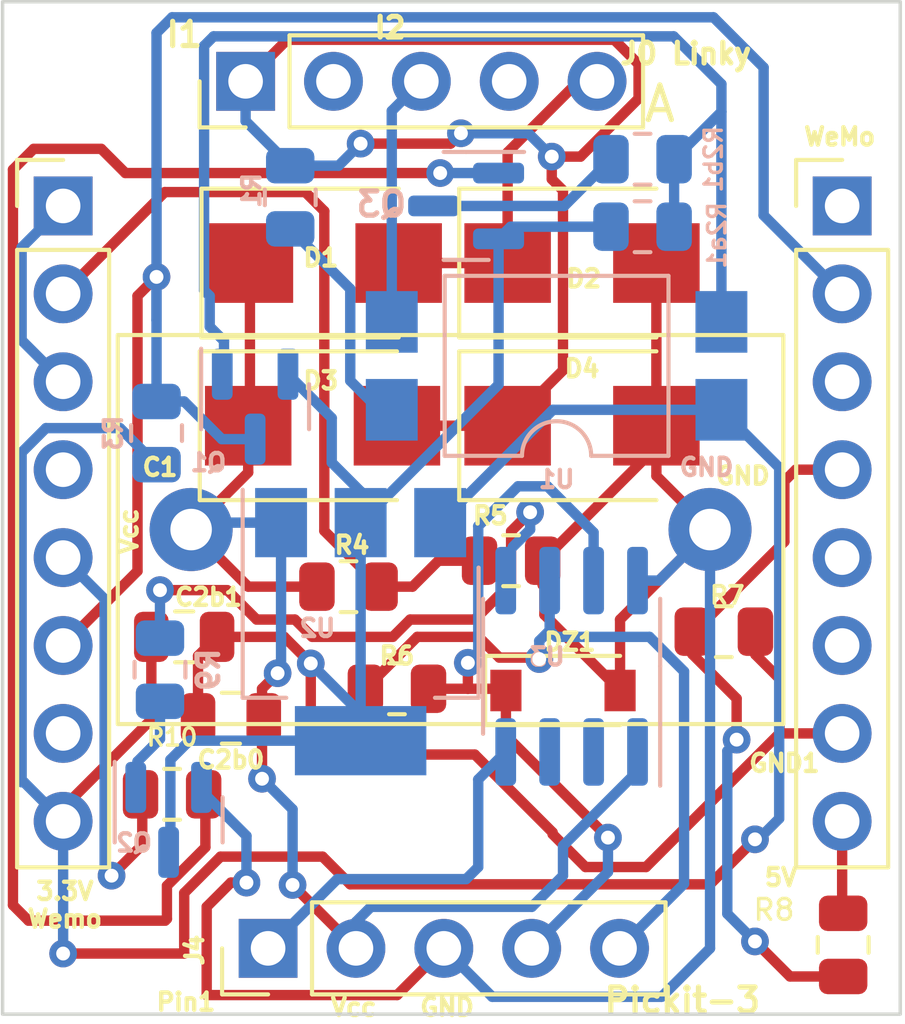
<source format=kicad_pcb>
(kicad_pcb (version 20211014) (generator pcbnew)
  (layers (0 "F.Cu" signal) (31 "B.Cu" signal) (34 "B.Paste" user) (35 "F.Paste" user) (36 "B.SilkS" user "B.Silkscreen") (37 "F.SilkS" user "F.Silkscreen") (38 "B.Mask" user) (39 "F.Mask" user) (44 "Edge.Cuts" user))
  (net 0 "")
  (net 1 "VCC")
  (net 2 "GND")
  (net 3 "A")
  (net 4 "I1")
  (net 5 "Net-(DZ1-Pad1)")
  (net 6 "I2")
  (net 7 "+3.3V")
  (net 8 "GND1")
  (net 9 "Net-(J4-Pad1)")
  (net 10 "Net-(J4-Pad5)")
  (net 13 "Net-(Q1-Pad1)")
  (net 14 "Net-(Q2-Pad1)")
  (net 15 "Net-(R1-Pad2)")
  (net 18 "Net-(Q3-Pad1)")
  (net 20 "Net-(J1-Pad2)")
  (net 21 "Net-(J1-Pad5)")
  (net 22 "Net-(J1-Pad6)")
  (net 23 "Net-(J2-Pad4)")
  (net 24 "Net-(J2-Pad8)")
  (net 25 "Net-(Q3-Pad3)")
  (net 26 "Net-(R9-Pad2)")
  (net 32 "Net-(J1-Pad1)")
  (footprint "Resistor_SMD:R_0805_2012Metric" (layer "F.Cu") (at 28.25 119 180)
    (fp_text reference "R4" (at -0.1 1.2) (layer "F.SilkS") (effects (font (size 0.5 0.5) (thickness 0.125))))
    (fp_text value "9.1k")
    (fp_line (start -0.227064 -0.735) (end 0.227064 -0.735) (layer "F.SilkS") (width 0.12))
    (fp_line (start -0.227064 0.735) (end 0.227064 0.735) (layer "F.SilkS") (width 0.12))
    (pad "1" smd roundrect (at -0.9125 0 180) (size 1.025 1.4) (layers "F.Cu" "F.Paste" "F.Mask") (roundrect_rratio 0.243902439) (net 20 "Net-(J1-Pad2)"))
    (pad "2" smd roundrect (at 0.9125 0 180) (size 1.025 1.4) (layers "F.Cu" "F.Paste" "F.Mask") (roundrect_rratio 0.243902439) (net 1 "VCC"))
  )
  (footprint "Capacitor_SMD:C_0805_2012Metric" (layer "F.Cu") (at 24.85 122.8 180)
    (fp_text reference "C2b0" (at 0 -1.2) (layer "F.SilkS") (effects (font (size 0.5 0.5) (thickness 0.125))))
    (fp_text value "C")
    (fp_line (start -0.261252 -0.735) (end 0.261252 -0.735) (layer "F.SilkS") (width 0.12))
    (fp_line (start -0.261252 0.735) (end 0.261252 0.735) (layer "F.SilkS") (width 0.12))
    (pad "1" smd roundrect (at -0.95 0 180) (size 1 1.45) (layers "F.Cu" "F.Paste" "F.Mask") (net 1 "VCC"))
    (pad "2" smd roundrect (at 0.95 0 180) (size 1 1.45) (layers "F.Cu" "F.Paste" "F.Mask") (net 8 "GND1"))
  )
  (footprint "Diode_SMD:D_SMB" (layer "F.Cu") (at 35 114.35)
    (fp_text reference "D4" (at 0 -1.65) (layer "F.SilkS") (effects (font (size 0.5 0.5) (thickness 0.125))))
    (fp_text value "S2JTR")
    (fp_line (start -3.55 -2.15) (end 2.15 -2.15) (layer "F.SilkS") (width 0.12))
    (fp_line (start -3.55 -2.15) (end -3.55 2.15) (layer "F.SilkS") (width 0.12))
    (fp_line (start -3.55 2.15) (end 2.15 2.15) (layer "F.SilkS") (width 0.12))
    (pad "1" smd rect (at -2.15 0) (size 2.5 2.3) (layers "F.Cu" "F.Paste" "F.Mask") (net 4 "I1"))
    (pad "2" smd rect (at 2.15 0) (size 2.5 2.3) (layers "F.Cu" "F.Paste" "F.Mask") (net 2 "GND"))
  )
  (footprint "Diode_SMD:D_SMB" (layer "F.Cu") (at 27.55 109.65)
    (fp_text reference "D1" (at -0.1 -0.15) (layer "F.SilkS") (effects (font (size 0.5 0.5) (thickness 0.125))))
    (fp_text value "S2JTR")
    (fp_line (start -3.55 2.15) (end 2.15 2.15) (layer "F.SilkS") (width 0.12))
    (fp_line (start -3.55 -2.15) (end 2.15 -2.15) (layer "F.SilkS") (width 0.12))
    (fp_line (start -3.55 -2.15) (end -3.55 2.15) (layer "F.SilkS") (width 0.12))
    (pad "1" smd rect (at -2.15 0) (size 2.5 2.3) (layers "F.Cu" "F.Paste" "F.Mask") (net 1 "VCC"))
    (pad "2" smd rect (at 2.15 0) (size 2.5 2.3) (layers "F.Cu" "F.Paste" "F.Mask") (net 3 "A"))
  )
  (footprint "Connector_PinHeader_2.54mm:PinHeader_1x05_P2.54mm_Vertical" (layer "F.Cu") (at 25.275 104.4 90)
    (fp_text reference "J0")
    (fp_text value "J0 Linky" (at 0.8 12.725 180) (layer "F.SilkS") (effects (font (size 0.6 0.6))))
    (fp_line (start -1.33 11.49) (end 1.33 11.49) (layer "F.SilkS") (width 0.12))
    (fp_line (start -1.33 -1.33) (end 0 -1.33) (layer "F.SilkS") (width 0.12))
    (fp_line (start -1.33 1.27) (end -1.33 11.49) (layer "F.SilkS") (width 0.12))
    (fp_line (start -1.33 1.27) (end 1.33 1.27) (layer "F.SilkS") (width 0.12))
    (fp_line (start -1.33 0) (end -1.33 -1.33) (layer "F.SilkS") (width 0.12))
    (fp_line (start 1.33 1.27) (end 1.33 11.49) (layer "F.SilkS") (width 0.12))
    (pad "1" thru_hole rect (at 0 0 90) (size 1.7 1.7) (drill 1) (layers *.Cu *.Mask) (net 4 "I1"))
    (pad "2" thru_hole oval (at 0 2.54 90) (size 1.7 1.7) (drill 1) (layers *.Cu *.Mask))
    (pad "3" thru_hole oval (at 0 5.08 90) (size 1.7 1.7) (drill 1) (layers *.Cu *.Mask) (net 6 "I2"))
    (pad "4" thru_hole oval (at 0 7.62 90) (size 1.7 1.7) (drill 1) (layers *.Cu *.Mask))
    (pad "5" thru_hole oval (at 0 10.16 90) (size 1.7 1.7) (drill 1) (layers *.Cu *.Mask) (net 3 "A"))
  )
  (footprint "Connector_PinHeader_2.54mm:PinHeader_1x08_P2.54mm_Vertical" (layer "F.Cu") (at 42.52 108)
    (fp_text reference "J2")
    (fp_text value "WeMo" (at -0.07 -2 180) (layer "F.SilkS") (effects (font (size 0.5 0.5) (thickness 0.125))))
    (fp_line (start -1.33 1.27) (end 1.33 1.27) (layer "F.SilkS") (width 0.12))
    (fp_line (start 1.33 1.27) (end 1.33 19.11) (layer "F.SilkS") (width 0.12))
    (fp_line (start -1.33 -1.33) (end 0 -1.33) (layer "F.SilkS") (width 0.12))
    (fp_line (start -1.33 19.11) (end 1.33 19.11) (layer "F.SilkS") (width 0.12))
    (fp_line (start -1.33 1.27) (end -1.33 19.11) (layer "F.SilkS") (width 0.12))
    (fp_line (start -1.33 0) (end -1.33 -1.33) (layer "F.SilkS") (width 0.12))
    (pad "1" thru_hole rect (at 0 0) (size 1.7 1.7) (drill 1) (layers *.Cu *.Mask))
    (pad "2" thru_hole oval (at 0 2.54) (size 1.7 1.7) (drill 1) (layers *.Cu *.Mask) (net 22 "Net-(J1-Pad6)"))
    (pad "3" thru_hole oval (at 0 5.08) (size 1.7 1.7) (drill 1) (layers *.Cu *.Mask))
    (pad "4" thru_hole oval (at 0 7.62) (size 1.7 1.7) (drill 1) (layers *.Cu *.Mask) (net 23 "Net-(J2-Pad4)"))
    (pad "5" thru_hole oval (at 0 10.16) (size 1.7 1.7) (drill 1) (layers *.Cu *.Mask))
    (pad "6" thru_hole oval (at 0 12.7) (size 1.7 1.7) (drill 1) (layers *.Cu *.Mask))
    (pad "7" thru_hole oval (at 0 15.24) (size 1.7 1.7) (drill 1) (layers *.Cu *.Mask) (net 8 "GND1"))
    (pad "8" thru_hole oval (at 0 17.78) (size 1.7 1.7) (drill 1) (layers *.Cu *.Mask) (net 24 "Net-(J2-Pad8)"))
  )
  (footprint "Connector_PinHeader_2.54mm:PinHeader_1x08_P2.54mm_Vertical" (layer "F.Cu") (at 20 108)
    (fp_text reference "J1")
    (fp_text value "Wemo" (at 0.05 20.6 180) (layer "F.SilkS") (effects (font (size 0.5 0.5) (thickness 0.125))))
    (fp_line (start -1.33 0) (end -1.33 -1.33) (layer "F.SilkS") (width 0.12))
    (fp_line (start -1.33 1.27) (end 1.33 1.27) (layer "F.SilkS") (width 0.12))
    (fp_line (start -1.33 19.11) (end 1.33 19.11) (layer "F.SilkS") (width 0.12))
    (fp_line (start -1.33 -1.33) (end 0 -1.33) (layer "F.SilkS") (width 0.12))
    (fp_line (start -1.33 1.27) (end -1.33 19.11) (layer "F.SilkS") (width 0.12))
    (fp_line (start 1.33 1.27) (end 1.33 19.11) (layer "F.SilkS") (width 0.12))
    (pad "1" thru_hole rect (at 0 0) (size 1.7 1.7) (drill 1) (layers *.Cu *.Mask) (net 32 "Net-(J1-Pad1)"))
    (pad "2" thru_hole oval (at 0 2.54) (size 1.7 1.7) (drill 1) (layers *.Cu *.Mask) (net 20 "Net-(J1-Pad2)"))
    (pad "3" thru_hole oval (at 0 5.08) (size 1.7 1.7) (drill 1) (layers *.Cu *.Mask) (net 32 "Net-(J1-Pad1)"))
    (pad "4" thru_hole oval (at 0 7.62) (size 1.7 1.7) (drill 1) (layers *.Cu *.Mask))
    (pad "5" thru_hole oval (at 0 10.16) (size 1.7 1.7) (drill 1) (layers *.Cu *.Mask) (net 21 "Net-(J1-Pad5)"))
    (pad "6" thru_hole oval (at 0 12.7) (size 1.7 1.7) (drill 1) (layers *.Cu *.Mask) (net 22 "Net-(J1-Pad6)"))
    (pad "7" thru_hole oval (at 0 15.24) (size 1.7 1.7) (drill 1) (layers *.Cu *.Mask))
    (pad "8" thru_hole oval (at 0 17.78) (size 1.7 1.7) (drill 1) (layers *.Cu *.Mask) (net 7 "+3.3V"))
  )
  (footprint "Connector_PinHeader_2.54mm:PinHeader_1x05_P2.54mm_Vertical" (layer "F.Cu") (at 25.925 129.45 90)
    (fp_text reference "J4" (at -0.05 -2.125 90) (layer "F.SilkS") (effects (font (size 0.5 0.5) (thickness 0.125))))
    (fp_text value "Pickit-3" (at -1.5 11.975 180) (layer "F.SilkS") (effects (font (size 0.7 0.7))))
    (fp_line (start -1.33 0) (end -1.33 -1.33) (layer "F.SilkS") (width 0.12))
    (fp_line (start -1.33 1.27) (end -1.33 11.49) (layer "F.SilkS") (width 0.12))
    (fp_line (start -1.33 1.27) (end 1.33 1.27) (layer "F.SilkS") (width 0.12))
    (fp_line (start -1.33 11.49) (end 1.33 11.49) (layer "F.SilkS") (width 0.12))
    (fp_line (start -1.33 -1.33) (end 0 -1.33) (layer "F.SilkS") (width 0.12))
    (fp_line (start 1.33 1.27) (end 1.33 11.49) (layer "F.SilkS") (width 0.12))
    (pad "1" thru_hole rect (at 0 0 90) (size 1.7 1.7) (drill 1) (layers *.Cu *.Mask) (net 9 "Net-(J4-Pad1)"))
    (pad "2" thru_hole oval (at 0 2.54 90) (size 1.7 1.7) (drill 1) (layers *.Cu *.Mask) (net 1 "VCC"))
    (pad "3" thru_hole oval (at 0 5.08 90) (size 1.7 1.7) (drill 1) (layers *.Cu *.Mask) (net 2 "GND"))
    (pad "4" thru_hole oval (at 0 7.62 90) (size 1.7 1.7) (drill 1) (layers *.Cu *.Mask) (net 5 "Net-(DZ1-Pad1)"))
    (pad "5" thru_hole oval (at 0 10.16 90) (size 1.7 1.7) (drill 1) (layers *.Cu *.Mask) (net 10 "Net-(J4-Pad5)"))
  )
  (footprint "Resistor_SMD:R_0805_2012Metric" (layer "F.Cu") (at 23.15 125)
    (fp_text reference "R10" (at 0 -1.65) (layer "F.SilkS") (effects (font (size 0.5 0.5) (thickness 0.1))))
    (fp_text value "1k")
    (fp_line (start -0.227064 0.735) (end 0.227064 0.735) (layer "F.SilkS") (width 0.12))
    (fp_line (start -0.227064 -0.735) (end 0.227064 -0.735) (layer "F.SilkS") (width 0.12))
    (pad "1" smd roundrect (at -0.9125 0) (size 1.025 1.4) (layers "F.Cu" "F.Paste" "F.Mask") (roundrect_rratio 0.243902) (net 21 "Net-(J1-Pad5)"))
    (pad "2" smd roundrect (at 0.9125 0) (size 1.025 1.4) (layers "F.Cu" "F.Paste" "F.Mask") (roundrect_rratio 0.243902) (net 18 "Net-(Q3-Pad1)"))
  )
  (footprint "Capacitor_SMD:C_0805_2012Metric" (layer "F.Cu") (at 23.5 120.45)
    (fp_text reference "C2b1" (at 0.7 -1.15) (layer "F.SilkS") (effects (font (size 0.5 0.5) (thickness 0.125))))
    (fp_text value "C")
    (fp_line (start -0.261252 0.735) (end 0.261252 0.735) (layer "F.SilkS") (width 0.12))
    (fp_line (start -0.261252 -0.735) (end 0.261252 -0.735) (layer "F.SilkS") (width 0.12))
    (pad "1" smd roundrect (at -0.95 0) (size 1 1.45) (layers "F.Cu" "F.Paste" "F.Mask") (net 7 "+3.3V"))
    (pad "2" smd roundrect (at 0.95 0) (size 1 1.45) (layers "F.Cu" "F.Paste" "F.Mask") (net 8 "GND1"))
  )
  (footprint "Diode_SMD:D_SMB" (layer "F.Cu") (at 27.5 114.35)
    (fp_text reference "D3" (at -0.05 -1.3) (layer "F.SilkS") (effects (font (size 0.5 0.5) (thickness 0.125))))
    (fp_text value "S2JTR")
    (fp_line (start -3.55 -2.15) (end -3.55 2.15) (layer "F.SilkS") (width 0.12))
    (fp_line (start -3.55 -2.15) (end 2.15 -2.15) (layer "F.SilkS") (width 0.12))
    (fp_line (start -3.55 2.15) (end 2.15 2.15) (layer "F.SilkS") (width 0.12))
    (pad "1" smd rect (at -2.15 0) (size 2.5 2.3) (layers "F.Cu" "F.Paste" "F.Mask") (net 1 "VCC"))
    (pad "2" smd rect (at 2.15 0) (size 2.5 2.3) (layers "F.Cu" "F.Paste" "F.Mask") (net 4 "I1"))
  )
  (footprint "Resistor_SMD:R_0805_2012Metric" (layer "F.Cu") (at 32.95 118.25 180)
    (fp_text reference "R5" (at 0.6 1.3) (layer "F.SilkS") (effects (font (size 0.5 0.5) (thickness 0.125))))
    (fp_text value "1k")
    (fp_line (start -0.227064 -0.735) (end 0.227064 -0.735) (layer "F.SilkS") (width 0.12))
    (fp_line (start -0.227064 0.735) (end 0.227064 0.735) (layer "F.SilkS") (width 0.12))
    (pad "1" smd roundrect (at -0.9125 0 180) (size 1.025 1.4) (layers "F.Cu" "F.Paste" "F.Mask") (roundrect_rratio 0.243902439) (net 2 "GND"))
    (pad "2" smd roundrect (at 0.9125 0 180) (size 1.025 1.4) (layers "F.Cu" "F.Paste" "F.Mask") (roundrect_rratio 0.243902439) (net 20 "Net-(J1-Pad2)"))
  )
  (footprint "Capacitor_THT:C_Rect_L19.0mm_W11.0mm_P15.00mm_MKS4" (layer "F.Cu") (at 23.7 117.35)
    (fp_text reference "C1" (at -0.9 -1.8) (layer "F.SilkS") (effects (font (size 0.5 0.5) (thickness 0.125))))
    (fp_text value "C" hide)
    (fp_line (start -2.12 -5.62) (end -2.12 5.62) (layer "F.SilkS") (width 0.12))
    (fp_line (start -2.12 -5.62) (end 17.12 -5.62) (layer "F.SilkS") (width 0.12))
    (fp_line (start 17.12 -5.62) (end 17.12 5.62) (layer "F.SilkS") (width 0.12))
    (fp_line (start -2.12 5.62) (end 17.12 5.62) (layer "F.SilkS") (width 0.12))
    (pad "1" thru_hole circle (at 0 0) (size 2.4 2.4) (drill 1.2) (layers *.Cu *.Mask) (net 1 "VCC"))
    (pad "2" thru_hole circle (at 15 0) (size 2.4 2.4) (drill 1.2) (layers *.Cu *.Mask) (net 2 "GND"))
  )
  (footprint "Resistor_SMD:R_0805_2012Metric" (layer "F.Cu") (at 39.1 120.3)
    (fp_text reference "R7" (at 0.1 -1.05) (layer "F.SilkS") (effects (font (size 0.5 0.5) (thickness 0.11))))
    (fp_text value "470k" hide)
    (fp_line (start -0.227064 -0.735) (end 0.227064 -0.735) (layer "F.SilkS") (width 0.12))
    (fp_line (start -0.227064 0.735) (end 0.227064 0.735) (layer "F.SilkS") (width 0.12))
    (pad "1" smd roundrect (at -0.9125 0) (size 1.025 1.4) (layers "F.Cu" "F.Paste" "F.Mask") (roundrect_rratio 0.243902) (net 23 "Net-(J2-Pad4)"))
    (pad "2" smd roundrect (at 0.9125 0) (size 1.025 1.4) (layers "F.Cu" "F.Paste" "F.Mask") (roundrect_rratio 0.243902) (net 8 "GND1"))
  )
  (footprint "Resistor_SMD:R_0805_2012Metric" (layer "F.Cu") (at 29.65 121.95 180)
    (fp_text reference "R6" (at 0 0.95) (layer "F.SilkS") (effects (font (size 0.5 0.5) (thickness 0.125))))
    (fp_text value "270")
    (fp_line (start -0.227064 0.735) (end 0.227064 0.735) (layer "F.SilkS") (width 0.12))
    (fp_line (start -0.227064 -0.735) (end 0.227064 -0.735) (layer "F.SilkS") (width 0.12))
    (pad "1" smd roundrect (at -0.9125 0 180) (size 1.025 1.4) (layers "F.Cu" "F.Paste" "F.Mask") (roundrect_rratio 0.243902439) (net 5 "Net-(DZ1-Pad1)"))
    (pad "2" smd roundrect (at 0.9125 0 180) (size 1.025 1.4) (layers "F.Cu" "F.Paste" "F.Mask") (roundrect_rratio 0.243902439) (net 10 "Net-(J4-Pad5)"))
  )
  (footprint "Diode_SMD:D_SOD-123" (layer "F.Cu") (at 34.45 122)
    (fp_text reference "DZ1" (at 0.2 -1.4) (layer "F.SilkS") (effects (font (size 0.5 0.5) (thickness 0.125))))
    (fp_text value "BAT43W-V" hide)
    (fp_line (start -2.25 1) (end 1.65 1) (layer "F.SilkS") (width 0.12))
    (fp_line (start -2.25 -1) (end 1.65 -1) (layer "F.SilkS") (width 0.12))
    (fp_line (start -2.25 -1) (end -2.25 1) (layer "F.SilkS") (width 0.12))
    (pad "1" smd rect (at -1.65 0) (size 0.9 1.2) (layers "F.Cu" "F.Paste" "F.Mask") (net 5 "Net-(DZ1-Pad1)"))
    (pad "2" smd rect (at 1.65 0) (size 0.9 1.2) (layers "F.Cu" "F.Paste" "F.Mask") (net 2 "GND"))
  )
  (footprint "Resistor_SMD:R_0805_2012Metric" (layer "F.Cu") (at 42.55 129.35 -90)
    (fp_text reference "R8" (at -1.0125 2 180) (layer "F.SilkS") (effects (font (size 0.6 0.6) (thickness 0.1))))
    (fp_text value "750k")
    (fp_line (start -0.227064 -0.735) (end 0.227064 -0.735) (layer "F.SilkS") (width 0.12))
    (fp_line (start -0.227064 0.735) (end 0.227064 0.735) (layer "F.SilkS") (width 0.12))
    (pad "1" smd roundrect (at -0.9125 0 270) (size 1.025 1.4) (layers "F.Cu" "F.Paste" "F.Mask") (roundrect_rratio 0.243902) (net 24 "Net-(J2-Pad8)"))
    (pad "2" smd roundrect (at 0.9125 0 270) (size 1.025 1.4) (layers "F.Cu" "F.Paste" "F.Mask") (roundrect_rratio 0.243902) (net 23 "Net-(J2-Pad4)"))
  )
  (footprint "Diode_SMD:D_SMB" (layer "F.Cu") (at 35 109.65)
    (fp_text reference "D2" (at 0.05 0.45) (layer "F.SilkS") (effects (font (size 0.5 0.5) (thickness 0.125))))
    (fp_text value "S2JTR")
    (fp_line (start -3.55 -2.15) (end 2.15 -2.15) (layer "F.SilkS") (width 0.12))
    (fp_line (start -3.55 -2.15) (end -3.55 2.15) (layer "F.SilkS") (width 0.12))
    (fp_line (start -3.55 2.15) (end 2.15 2.15) (layer "F.SilkS") (width 0.12))
    (pad "1" smd rect (at -2.15 0) (size 2.5 2.3) (layers "F.Cu" "F.Paste" "F.Mask") (net 3 "A"))
    (pad "2" smd rect (at 2.15 0) (size 2.5 2.3) (layers "F.Cu" "F.Paste" "F.Mask") (net 2 "GND"))
  )
  (footprint "Package_DIP:SMDIP-4_W9.53mm_Clearance8mm" (layer "B.Cu") (at 34.265 112.62)
    (fp_text reference "U1" (at 0 3.28) (layer "B.SilkS") (effects (font (size 0.5 0.5) (thickness 0.125)) (justify mirror)))
    (fp_text value "SFH6206-2T")
    (fp_line (start -3.235 -2.6) (end 3.235 -2.6) (layer "B.SilkS") (width 0.12))
    (fp_line (start 3.235 2.6) (end 1 2.6) (layer "B.SilkS") (width 0.12))
    (fp_line (start 3.235 -2.6) (end 3.235 2.6) (layer "B.SilkS") (width 0.12))
    (fp_line (start -1 2.6) (end -3.235 2.6) (layer "B.SilkS") (width 0.12))
    (fp_line (start -3.235 2.6) (end -3.235 -2.6) (layer "B.SilkS") (width 0.12))
    (fp_arc (start -1 2.6) (mid 0 1.6) (end 1 2.6) (layer "B.SilkS") (width 0.12))
    (pad "1" smd rect (at -4.765 1.27) (size 1.5 1.78) (layers "B.Cu" "B.Paste" "B.Mask") (net 15 "Net-(R1-Pad2)"))
    (pad "2" smd rect (at -4.765 -1.27) (size 1.5 1.78) (layers "B.Cu" "B.Paste" "B.Mask") (net 6 "I2"))
    (pad "3" smd rect (at 4.765 -1.27) (size 1.5 1.78) (layers "B.Cu" "B.Paste" "B.Mask") (net 13 "Net-(Q1-Pad1)"))
    (pad "4" smd rect (at 4.765 1.27) (size 1.5 1.78) (layers "B.Cu" "B.Paste" "B.Mask") (net 7 "+3.3V"))
  )
  (footprint "Resistor_SMD:R_0805_2012Metric" (layer "B.Cu") (at 36.75 106.65)
    (fp_text reference "R2b1" (at 2.05 0 90) (layer "B.SilkS") (effects (font (size 0.5 0.5) (thickness 0.1)) (justify mirror)))
    (fp_text value "26k")
    (fp_line (start -0.227064 0.735) (end 0.227064 0.735) (layer "B.SilkS") (width 0.12))
    (fp_line (start -0.227064 -0.735) (end 0.227064 -0.735) (layer "B.SilkS") (width 0.12))
    (pad "1" smd roundrect (at -0.9125 0) (size 1.025 1.4) (layers "B.Cu" "B.Paste" "B.Mask") (roundrect_rratio 0.243902) (net 25 "Net-(Q3-Pad3)"))
    (pad "2" smd roundrect (at 0.9125 0) (size 1.025 1.4) (layers "B.Cu" "B.Paste" "B.Mask") (roundrect_rratio 0.243902) (net 13 "Net-(Q1-Pad1)"))
  )
  (footprint "Resistor_SMD:R_0805_2012Metric" (layer "B.Cu") (at 22.8 121.4 90)
    (fp_text reference "R9" (at 0 1.4 90) (layer "B.SilkS") (effects (font (size 0.6 0.6)) (justify mirror)))
    (fp_text value "1k")
    (fp_line (start -0.227064 0.735) (end 0.227064 0.735) (layer "B.SilkS") (width 0.12))
    (fp_line (start -0.227064 -0.735) (end 0.227064 -0.735) (layer "B.SilkS") (width 0.12))
    (pad "1" smd roundrect (at -0.9125 0 90) (size 1.025 1.4) (layers "B.Cu" "B.Paste" "B.Mask") (roundrect_rratio 0.243902) (net 14 "Net-(Q2-Pad1)"))
    (pad "2" smd roundrect (at 0.9125 0 90) (size 1.025 1.4) (layers "B.Cu" "B.Paste" "B.Mask") (roundrect_rratio 0.243902) (net 26 "Net-(R9-Pad2)"))
  )
  (footprint "Package_TO_SOT_SMD:SOT-23" (layer "B.Cu") (at 23.05 125.7375 -90)
    (fp_text reference "Q2" (at 0.6625 1) (layer "B.SilkS") (effects (font (size 0.5 0.5) (thickness 0.125)) (justify mirror)))
    (fp_text value "IRLML6244")
    (fp_line (start 0 1.56) (end 0.65 1.56) (layer "B.SilkS") (width 0.12))
    (fp_line (start 0 -1.56) (end -0.65 -1.56) (layer "B.SilkS") (width 0.12))
    (fp_line (start 0 -1.56) (end 0.65 -1.56) (layer "B.SilkS") (width 0.12))
    (fp_line (start 0 1.56) (end -1.675 1.56) (layer "B.SilkS") (width 0.12))
    (pad "1" smd roundrect (at -0.9375 0.95 270) (size 1.475 0.6) (layers "B.Cu" "B.Paste" "B.Mask") (net 14 "Net-(Q2-Pad1)"))
    (pad "2" smd roundrect (at -0.9375 -0.95 270) (size 1.475 0.6) (layers "B.Cu" "B.Paste" "B.Mask") (net 2 "GND"))
    (pad "3" smd roundrect (at 0.9375 0 270) (size 1.475 0.6) (layers "B.Cu" "B.Paste" "B.Mask") (net 8 "GND1"))
  )
  (footprint "Resistor_SMD:R_0805_2012Metric" (layer "B.Cu") (at 26.565 107.75 -90)
    (fp_text reference "R1" (at -0.2 1.115 90) (layer "B.SilkS") (effects (font (size 0.5 0.5) (thickness 0.125)) (justify mirror)))
    (fp_text value "0.1k")
    (fp_line (start -0.227064 -0.735) (end 0.227064 -0.735) (layer "B.SilkS") (width 0.12))
    (fp_line (start -0.227064 0.735) (end 0.227064 0.735) (layer "B.SilkS") (width 0.12))
    (pad "1" smd roundrect (at -0.9125 0 270) (size 1.025 1.4) (layers "B.Cu" "B.Paste" "B.Mask") (roundrect_rratio 0.243902439) (net 4 "I1"))
    (pad "2" smd roundrect (at 0.9125 0 270) (size 1.025 1.4) (layers "B.Cu" "B.Paste" "B.Mask") (roundrect_rratio 0.243902439) (net 15 "Net-(R1-Pad2)"))
  )
  (footprint "Package_TO_SOT_SMD:SOT-223-3_TabPin2" (layer "B.Cu") (at 28.6 120.3 -90)
    (fp_text reference "U2" (at -0.1 1.25) (layer "B.SilkS") (effects (font (size 0.5 0.5) (thickness 0.125)) (justify mirror)))
    (fp_text value "MCP1825s33")
    (fp_line (start -4.1 3.41) (end 1.91 3.41) (layer "B.SilkS") (width 0.12))
    (fp_line (start -1.85 -3.41) (end 1.91 -3.41) (layer "B.SilkS") (width 0.12))
    (fp_line (start 1.91 3.41) (end 1.91 2.15) (layer "B.SilkS") (width 0.12))
    (fp_line (start 1.91 -3.41) (end 1.91 -2.15) (layer "B.SilkS") (width 0.12))
    (pad "1" smd rect (at -3.15 2.3 270) (size 2 1.5) (layers "B.Cu" "B.Paste" "B.Mask") (net 1 "VCC"))
    (pad "2" smd rect (at -3.15 0 270) (size 2 1.5) (layers "B.Cu" "B.Paste" "B.Mask") (net 8 "GND1"))
    (pad "2" smd rect (at 3.15 0 270) (size 2 3.8) (layers "B.Cu" "B.Paste" "B.Mask") (net 8 "GND1"))
    (pad "3" smd rect (at -3.15 -2.3 270) (size 2 1.5) (layers "B.Cu" "B.Paste" "B.Mask") (net 7 "+3.3V"))
  )
  (footprint "Package_TO_SOT_SMD:SOT-23" (layer "B.Cu") (at 25.55 113.8 -90)
    (fp_text reference "Q1" (at 1.6125 1.35) (layer "B.SilkS") (effects (font (size 0.5 0.5) (thickness 0.125)) (justify mirror)))
    (fp_text value "BS170F")
    (fp_line (start 0 -1.56) (end 0.65 -1.56) (layer "B.SilkS") (width 0.12))
    (fp_line (start 0 1.56) (end -1.675 1.56) (layer "B.SilkS") (width 0.12))
    (fp_line (start 0 1.56) (end 0.65 1.56) (layer "B.SilkS") (width 0.12))
    (fp_line (start 0 -1.56) (end -0.65 -1.56) (layer "B.SilkS") (width 0.12))
    (pad "1" smd roundrect (at -0.9375 0.95 270) (size 1.475 0.6) (layers "B.Cu" "B.Paste" "B.Mask") (net 13 "Net-(Q1-Pad1)"))
    (pad "2" smd roundrect (at -0.9375 -0.95 270) (size 1.475 0.6) (layers "B.Cu" "B.Paste" "B.Mask") (net 8 "GND1"))
    (pad "3" smd roundrect (at 0.9375 0 270) (size 1.475 0.6) (layers "B.Cu" "B.Paste" "B.Mask") (net 22 "Net-(J1-Pad6)"))
  )
  (footprint "Package_TO_SOT_SMD:SOT-23" (layer "B.Cu") (at 31.65 108 180)
    (fp_text reference "Q3" (at 2.45 0.05) (layer "B.SilkS") (effects (font (size 0.7 0.7)) (justify mirror)))
    (fp_text value "IRLML6244")
    (fp_line (start 0 -1.56) (end -0.65 -1.56) (layer "B.SilkS") (width 0.12))
    (fp_line (start 0 1.56) (end -1.675 1.56) (layer "B.SilkS") (width 0.12))
    (fp_line (start 0 -1.56) (end 0.65 -1.56) (layer "B.SilkS") (width 0.12))
    (fp_line (start 0 1.56) (end 0.65 1.56) (layer "B.SilkS") (width 0.12))
    (pad "1" smd roundrect (at -0.9375 0.95 180) (size 1.475 0.6) (layers "B.Cu" "B.Paste" "B.Mask") (net 18 "Net-(Q3-Pad1)"))
    (pad "2" smd roundrect (at -0.9375 -0.95 180) (size 1.475 0.6) (layers "B.Cu" "B.Paste" "B.Mask") (net 8 "GND1"))
    (pad "3" smd roundrect (at 0.9375 0 180) (size 1.475 0.6) (layers "B.Cu" "B.Paste" "B.Mask") (net 25 "Net-(Q3-Pad3)"))
  )
  (footprint "Resistor_SMD:R_0805_2012Metric" (layer "B.Cu") (at 22.7 114.5625 -90)
    (fp_text reference "R3" (at 0 1.25 90) (layer "B.SilkS") (effects (font (size 0.5 0.5) (thickness 0.125)) (justify mirror)))
    (fp_text value "10k")
    (fp_line (start -0.227064 -0.735) (end 0.227064 -0.735) (layer "B.SilkS") (width 0.12))
    (fp_line (start -0.227064 0.735) (end 0.227064 0.735) (layer "B.SilkS") (width 0.12))
    (pad "1" smd roundrect (at -0.9125 0 270) (size 1.025 1.4) (layers "B.Cu" "B.Paste" "B.Mask") (roundrect_rratio 0.243902439) (net 22 "Net-(J1-Pad6)"))
    (pad "2" smd roundrect (at 0.9125 0 270) (size 1.025 1.4) (layers "B.Cu" "B.Paste" "B.Mask") (roundrect_rratio 0.243902439) (net 7 "+3.3V"))
  )
  (footprint "Resistor_SMD:R_0805_2012Metric" (layer "B.Cu") (at 36.75 108.6)
    (fp_text reference "R2a1" (at 2.15 0.25 90) (layer "B.SilkS") (effects (font (size 0.5 0.5) (thickness 0.1)) (justify mirror)))
    (fp_text value "22k")
    (fp_line (start -0.227064 0.735) (end 0.227064 0.735) (layer "B.SilkS") (width 0.12))
    (fp_line (start -0.227064 -0.735) (end 0.227064 -0.735) (layer "B.SilkS") (width 0.12))
    (pad "1" smd roundrect (at -0.9125 0) (size 1.025 1.4) (layers "B.Cu" "B.Paste" "B.Mask") (roundrect_rratio 0.243902) (net 8 "GND1"))
    (pad "2" smd roundrect (at 0.9125 0) (size 1.025 1.4) (layers "B.Cu" "B.Paste" "B.Mask") (roundrect_rratio 0.243902) (net 13 "Net-(Q1-Pad1)"))
  )
  (footprint "Package_SO:SOIC-8_3.9x4.9mm_P1.27mm" (layer "B.Cu") (at 34.7 121.3 90)
    (fp_text reference "U3" (at 0.275 -0.715) (layer "B.SilkS") (effects (font (size 0.5 0.5) (thickness 0.125)) (justify mirror)))
    (fp_text value "PIC12F1840-IP")
    (fp_line (start 0 2.56) (end 1.95 2.56) (layer "B.SilkS") (width 0.12))
    (fp_line (start 0 2.56) (end -3.45 2.56) (layer "B.SilkS") (width 0.12))
    (fp_line (start 0 -2.56) (end -1.95 -2.56) (layer "B.SilkS") (width 0.12))
    (fp_line (start 0 -2.56) (end 1.95 -2.56) (layer "B.SilkS") (width 0.12))
    (pad "1" smd roundrect (at -2.475 1.905 90) (size 1.95 0.6) (layers "B.Cu" "B.Paste" "B.Mask") (net 1 "VCC"))
    (pad "2" smd roundrect (at -2.475 0.635 90) (size 1.95 0.6) (layers "B.Cu" "B.Paste" "B.Mask"))
    (pad "3" smd roundrect (at -2.475 -0.635 90) (size 1.95 0.6) (layers "B.Cu" "B.Paste" "B.Mask"))
    (pad "4" smd roundrect (at -2.475 -1.905 90) (size 1.95 0.6) (layers "B.Cu" "B.Paste" "B.Mask") (net 9 "Net-(J4-Pad1)"))
    (pad "5" smd roundrect (at 2.475 -1.905 90) (size 1.95 0.6) (layers "B.Cu" "B.Paste" "B.Mask") (net 26 "Net-(R9-Pad2)"))
    (pad "6" smd roundrect (at 2.475 -0.635 90) (size 1.95 0.6) (layers "B.Cu" "B.Paste" "B.Mask") (net 10 "Net-(J4-Pad5)"))
    (pad "7" smd roundrect (at 2.475 0.635 90) (size 1.95 0.6) (layers "B.Cu" "B.Paste" "B.Mask") (net 5 "Net-(DZ1-Pad1)"))
    (pad "8" smd roundrect (at 2.475 1.905 90) (size 1.95 0.6) (layers "B.Cu" "B.Paste" "B.Mask") (net 2 "GND"))
  )
  (gr_rect (start 18.25 102.1) (end 44.2 131.351615) (layer "Edge.Cuts") (width 0.1) (fill none))
  (gr_text "GND\n" (at 38.6 115.55) (layer "B.SilkS") (effects (font (size 0.5 0.5) (thickness 0.125))))
  (gr_text "Pin1" (at 23.55 131) (layer "F.SilkS") (effects (font (size 0.5 0.5) (thickness 0.125))))
  (gr_text "GND\n" (at 31.1 131.15) (layer "F.SilkS") (effects (font (size 0.5 0.5) (thickness 0.125))))
  (gr_text "5V" (at 40.75 127.4) (layer "F.SilkS") (effects (font (size 0.5 0.5) (thickness 0.125))))
  (gr_text "I1" (at 23.5 103.05) (layer "F.SilkS") (effects (font (size 0.7 0.7))))
  (gr_text "I2" (at 29.45 102.85) (layer "F.SilkS") (effects (font (size 0.6 0.6))))
  (gr_text "GND\n" (at 39.65 115.8) (layer "F.SilkS") (effects (font (size 0.5 0.5) (thickness 0.125))))
  (gr_text "Vcc" (at 28.4 131.15) (layer "F.SilkS") (effects (font (size 0.5 0.5) (thickness 0.125))))
  (gr_text "3.3V" (at 20.05 127.8) (layer "F.SilkS") (effects (font (size 0.5 0.5) (thickness 0.125))))
  (gr_text "A" (at 37.25 105.05) (layer "F.SilkS") (effects (font (size 1 1))))
  (gr_text "Vcc\n" (at 21.9 117.4 90) (layer "F.SilkS") (effects (font (size 0.5 0.5) (thickness 0.125))))
  (gr_text "GND1" (at 40.85 124.1) (layer "F.SilkS") (effects (font (size 0.5 0.5) (thickness 0.125))))
  (segment (start 25.4 114.3) (end 25.35 114.35) (width 0.3) (layer "F.Cu") (net 1))
  (segment (start 23.7 117.35) (end 25.35 119) (width 0.3) (layer "F.Cu") (net 1))
  (segment (start 25.35 115.7) (end 23.7 117.35) (width 0.3) (layer "F.Cu") (net 1))
  (segment (start 25.75 121.95) (end 26.2 121.5) (width 0.3) (layer "F.Cu") (net 1))
  (segment (start 25.35 119) (end 27.3375 119) (width 0.3) (layer "F.Cu") (net 1))
  (segment (start 25.75 124.55) (end 25.75 123) (width 0.3) (layer "F.Cu") (net 1))
  (segment (start 26.6325 127.6175) (end 28.465 129.45) (width 0.3) (layer "F.Cu") (net 1))
  (segment (start 25.35 114.35) (end 25.35 115.7) (width 0.3) (layer "F.Cu") (net 1))
  (segment (start 25.75 123) (end 25.75 121.95) (width 0.3) (layer "F.Cu") (net 1))
  (segment (start 25.4 109.65) (end 25.4 114.3) (width 0.3) (layer "F.Cu") (net 1))
  (via (at 26.2 121.5) (size 0.8) (drill 0.4) (layers "F.Cu" "B.Cu") (net 1))
  (via (at 25.75 124.55) (size 0.8) (drill 0.4) (layers "F.Cu" "B.Cu") (net 1))
  (via (at 26.6325 127.6175) (size 0.8) (drill 0.4) (layers "F.Cu" "B.Cu") (net 1))
  (segment (start 36.605 124.334339) (end 34.45 126.489339) (width 0.3) (layer "B.Cu") (net 1))
  (segment (start 28.465 128.685) (end 28.465 129.45) (width 0.3) (layer "B.Cu") (net 1))
  (segment (start 23.9 117.15) (end 23.7 117.35) (width 0.3) (layer "B.Cu") (net 1))
  (segment (start 26.3 117.15) (end 23.9 117.15) (width 0.3) (layer "B.Cu") (net 1))
  (segment (start 36.605 123.775) (end 36.605 124.334339) (width 0.3) (layer "B.Cu") (net 1))
  (segment (start 33.55 128.25) (end 28.9 128.25) (width 0.3) (layer "B.Cu") (net 1))
  (segment (start 26.2 121.5) (end 26.3 121.4) (width 0.3) (layer "B.Cu") (net 1))
  (segment (start 26.6325 127.6175) (end 26.6325 125.4325) (width 0.3) (layer "B.Cu") (net 1))
  (segment (start 34.45 127.35) (end 33.55 128.25) (width 0.3) (layer "B.Cu") (net 1))
  (segment (start 34.45 126.489339) (end 34.45 127.35) (width 0.3) (layer "B.Cu") (net 1))
  (segment (start 26.3 121.4) (end 26.3 117.15) (width 0.3) (layer "B.Cu") (net 1))
  (segment (start 26.6325 125.4325) (end 25.75 124.55) (width 0.3) (layer "B.Cu") (net 1))
  (segment (start 28.9 128.25) (end 28.465 128.685) (width 0.3) (layer "B.Cu") (net 1))
  (segment (start 38.7 117.35) (end 37.15 115.8) (width 0.3) (layer "F.Cu") (net 2))
  (segment (start 24.15 128.25) (end 24.15 130.8) (width 0.3) (layer "F.Cu") (net 2))
  (segment (start 36.1 122) (end 36.1 119.95) (width 0.3) (layer "F.Cu") (net 2))
  (segment (start 33.9125 119) (end 33.9125 119.8125) (width 0.3) (layer "F.Cu") (net 2))
  (segment (start 37.15 114.9625) (end 33.8625 118.25) (width 0.3) (layer "F.Cu") (net 2))
  (segment (start 24.85 127.55) (end 24.15 128.25) (width 0.3) (layer "F.Cu") (net 2))
  (segment (start 37.15 115.8) (end 37.15 114.35) (width 0.3) (layer "F.Cu") (net 2))
  (segment (start 36.1 119.95) (end 38.7 117.35) (width 0.3) (layer "F.Cu") (net 2))
  (segment (start 37.15 114.35) (end 37.15 114.9625) (width 0.3) (layer "F.Cu") (net 2))
  (segment (start 24.15 130.8) (end 29.655 130.8) (width 0.3) (layer "F.Cu") (net 2))
  (segment (start 33.8625 118.95) (end 33.9125 119) (width 0.3) (layer "F.Cu") (net 2))
  (segment (start 37.15 109.65) (end 37.15 114.35) (width 0.3) (layer "F.Cu") (net 2))
  (segment (start 33.9125 119.8125) (end 36.1 122) (width 0.3) (layer "F.Cu") (net 2))
  (segment (start 33.8625 118.25) (end 33.8625 118.95) (width 0.3) (layer "F.Cu") (net 2))
  (segment (start 29.655 130.8) (end 31.005 129.45) (width 0.3) (layer "F.Cu") (net 2))
  (segment (start 25.3 127.55) (end 24.85 127.55) (width 0.3) (layer "F.Cu") (net 2))
  (via (at 25.3 127.55) (size 0.8) (drill 0.4) (layers "F.Cu" "B.Cu") (net 2))
  (segment (start 37.3 130.85) (end 38.7 129.45) (width 0.3) (layer "B.Cu") (net 2))
  (segment (start 32.405 130.85) (end 37.3 130.85) (width 0.3) (layer "B.Cu") (net 2))
  (segment (start 36.605 118.825) (end 37.225 118.825) (width 0.3) (layer "B.Cu") (net 2))
  (segment (start 25.3 126.2) (end 23.9 124.8) (width 0.3) (layer "B.Cu") (net 2))
  (segment (start 25.3 127.55) (end 25.3 126.2) (width 0.3) (layer "B.Cu") (net 2))
  (segment (start 37.225 118.825) (end 38.7 117.35) (width 0.3) (layer "B.Cu") (net 2))
  (segment (start 31.005 129.45) (end 32.405 130.85) (width 0.3) (layer "B.Cu") (net 2))
  (segment (start 38.7 129.45) (end 38.7 117.35) (width 0.3) (layer "B.Cu") (net 2))
  (segment (start 35.435 104.4) (end 34.9 104.4) (width 0.3) (layer "F.Cu") (net 3))
  (segment (start 29.7 109.65) (end 32.85 109.65) (width 0.3) (layer "F.Cu") (net 3))
  (segment (start 34.9 104.4) (end 32.85 106.45) (width 0.3) (layer "F.Cu") (net 3))
  (segment (start 32.85 106.45) (end 32.85 109.65) (width 0.3) (layer "F.Cu") (net 3))
  (segment (start 34.957057 106.575) (end 36.635 104.897057) (width 0.3) (layer "F.Cu") (net 4))
  (segment (start 36.635 104.897057) (end 36.635 103.902943) (width 0.3) (layer "F.Cu") (net 4))
  (segment (start 31.2 106.2) (end 28.6 106.2) (width 0.3) (layer "F.Cu") (net 4))
  (segment (start 35.932057 103.2) (end 26.475 103.2) (width 0.3) (layer "F.Cu") (net 4))
  (segment (start 26.475 103.2) (end 25.275 104.4) (width 0.3) (layer "F.Cu") (net 4))
  (segment (start 32.85 114.35) (end 29.65 114.35) (width 0.3) (layer "F.Cu") (net 4))
  (segment (start 34.45 112.75) (end 32.85 114.35) (width 0.3) (layer "F.Cu") (net 4))
  (segment (start 34.45 107.55) (end 34.45 112.75) (width 0.3) (layer "F.Cu") (net 4))
  (segment (start 36.635 103.902943) (end 35.932057 103.2) (width 0.3) (layer "F.Cu") (net 4))
  (segment (start 31.5 105.9) (end 31.2 106.2) (width 0.3) (layer "F.Cu") (net 4))
  (segment (start 34.125 106.575) (end 34.125 107.225) (width 0.3) (layer "F.Cu") (net 4))
  (segment (start 34.125 106.575) (end 34.957057 106.575) (width 0.3) (layer "F.Cu") (net 4))
  (segment (start 34.125 107.225) (end 34.45 107.55) (width 0.3) (layer "F.Cu") (net 4))
  (via (at 31.5 105.9) (size 0.8) (drill 0.4) (layers "F.Cu" "B.Cu") (net 4))
  (via (at 28.6 106.2) (size 0.8) (drill 0.4) (layers "F.Cu" "B.Cu") (net 4))
  (via (at 34.125 106.575) (size 0.8) (drill 0.4) (layers "F.Cu" "B.Cu") (net 4))
  (segment (start 25.275 105.5475) (end 26.565 106.8375) (width 0.3) (layer "B.Cu") (net 4))
  (segment (start 25.275 104.4) (end 25.275 105.5475) (width 0.3) (layer "B.Cu") (net 4))
  (segment (start 31.5 105.9) (end 33.45 105.9) (width 0.3) (layer "B.Cu") (net 4))
  (segment (start 33.45 105.9) (end 34.125 106.575) (width 0.3) (layer "B.Cu") (net 4))
  (segment (start 27.9625 106.8375) (end 28.6 106.2) (width 0.3) (layer "B.Cu") (net 4))
  (segment (start 26.565 106.8375) (end 27.9625 106.8375) (width 0.3) (layer "B.Cu") (net 4))
  (segment (start 35.75 126.25) (end 32.8 123.3) (width 0.3) (layer "F.Cu") (net 5))
  (segment (start 32.8 123.3) (end 32.8 122) (width 0.3) (layer "F.Cu") (net 5))
  (segment (start 31.7 121.95) (end 32.75 121.95) (width 0.3) (layer "F.Cu") (net 5))
  (segment (start 32.75 121.95) (end 32.8 122) (width 0.3) (layer "F.Cu") (net 5))
  (segment (start 31.7 121.2) (end 31.7 121.95) (width 0.3) (layer "F.Cu") (net 5))
  (segment (start 30.5625 121.95) (end 31.7 121.95) (width 0.3) (layer "F.Cu") (net 5))
  (via (at 31.7 121.2) (size 0.8) (drill 0.4) (layers "F.Cu" "B.Cu") (net 5))
  (via (at 35.75 126.25) (size 0.8) (drill 0.4) (layers "F.Cu" "B.Cu") (net 5))
  (segment (start 35.335 117.435) (end 34 116.1) (width 0.3) (layer "B.Cu") (net 5))
  (segment (start 35.335 118.825) (end 35.335 117.435) (width 0.3) (layer "B.Cu") (net 5))
  (segment (start 34 116.1) (end 33.15 116.1) (width 0.3) (layer "B.Cu") (net 5))
  (segment (start 33.15 116.1) (end 32 117.25) (width 0.3) (layer "B.Cu") (net 5))
  (segment (start 32 117.25) (end 32 120.9) (width 0.3) (layer "B.Cu") (net 5))
  (segment (start 32 120.9) (end 31.7 121.2) (width 0.3) (layer "B.Cu") (net 5))
  (segment (start 33.545 129.45) (end 35.75 127.245) (width 0.3) (layer "B.Cu") (net 5))
  (segment (start 35.75 127.245) (end 35.75 126.25) (width 0.3) (layer "B.Cu") (net 5))
  (segment (start 29.5 105.255) (end 30.355 104.4) (width 0.3) (layer "B.Cu") (net 6))
  (segment (start 29.5 111.35) (end 29.5 105.255) (width 0.3) (layer "B.Cu") (net 6))
  (segment (start 23.5 129.6) (end 23.5 127.85) (width 0.3) (layer "F.Cu") (net 7))
  (segment (start 38.7 127.6) (end 28.3 127.6) (width 0.3) (layer "F.Cu") (net 7))
  (segment (start 20 129.6) (end 23.5 129.6) (width 0.3) (layer "F.Cu") (net 7))
  (segment (start 24.55 126.8) (end 27.5 126.8) (width 0.3) (layer "F.Cu") (net 7))
  (segment (start 20 125.389339) (end 20 125.78) (width 0.3) (layer "F.Cu") (net 7))
  (segment (start 22.55 122.839339) (end 20 125.389339) (width 0.3) (layer "F.Cu") (net 7))
  (segment (start 40 126.3) (end 38.7 127.6) (width 0.3) (layer "F.Cu") (net 7))
  (segment (start 28.3 127.6) (end 27.5 126.8) (width 0.3) (layer "F.Cu") (net 7))
  (segment (start 23.5 127.85) (end 24.55 126.8) (width 0.3) (layer "F.Cu") (net 7))
  (segment (start 22.55 120.45) (end 22.55 122.839339) (width 0.3) (layer "F.Cu") (net 7))
  (via (at 20 129.6) (size 0.8) (drill 0.4) (layers "F.Cu" "B.Cu") (net 7))
  (via (at 40 126.3) (size 0.8) (drill 0.4) (layers "F.Cu" "B.Cu") (net 7))
  (segment (start 40.7 115.56) (end 39.03 113.89) (width 0.3) (layer "B.Cu") (net 7))
  (segment (start 40.7 125.7) (end 40.7 115.56) (width 0.3) (layer "B.Cu") (net 7))
  (segment (start 18.8 115.122943) (end 18.8 124.65) (width 0.3) (layer "B.Cu") (net 7))
  (segment (start 40.1 126.3) (end 40.7 125.7) (width 0.3) (layer "B.Cu") (net 7))
  (segment (start 19.502943 114.42) (end 18.8 115.122943) (width 0.3) (layer "B.Cu") (net 7))
  (segment (start 40 126.3) (end 40.1 126.3) (width 0.3) (layer "B.Cu") (net 7))
  (segment (start 21.645 114.42) (end 19.502943 114.42) (width 0.3) (layer "B.Cu") (net 7))
  (segment (start 39.03 113.89) (end 34.16 113.89) (width 0.3) (layer "B.Cu") (net 7))
  (segment (start 22.7 115.475) (end 21.645 114.42) (width 0.3) (layer "B.Cu") (net 7))
  (segment (start 18.8 124.65) (end 18.87 124.65) (width 0.3) (layer "B.Cu") (net 7))
  (segment (start 34.16 113.89) (end 30.9 117.15) (width 0.3) (layer "B.Cu") (net 7))
  (segment (start 20 129.6) (end 20 125.78) (width 0.3) (layer "B.Cu") (net 7))
  (segment (start 18.87 124.65) (end 20 125.78) (width 0.3) (layer "B.Cu") (net 7))
  (segment (start 36.85 127.1) (end 35.1 127.1) (width 0.3) (layer "F.Cu") (net 8))
  (segment (start 40.71 123.24) (end 42.54 123.24) (width 0.3) (layer "F.Cu") (net 8))
  (segment (start 27.158888 121.217974) (end 26.390914 120.45) (width 0.3) (layer "F.Cu") (net 8))
  (segment (start 40.71 123.24) (end 36.85 127.1) (width 0.3) (layer "F.Cu") (net 8))
  (segment (start 27.158888 122.558888) (end 27.158888 121.217974) (width 0.3) (layer "F.Cu") (net 8))
  (segment (start 35.1 127.1) (end 34.15 126.15) (width 0.3) (layer "F.Cu") (net 8))
  (segment (start 23.9 121) (end 24.45 120.45) (width 0.3) (layer "F.Cu") (net 8))
  (segment (start 28.45 123.85) (end 27.158888 122.558888) (width 0.3) (layer "F.Cu") (net 8))
  (segment (start 34.15 126.15) (end 34.15 126.1) (width 0.3) (layer "F.Cu") (net 8))
  (segment (start 31.9 123.85) (end 28.45 123.85) (width 0.3) (layer "F.Cu") (net 8))
  (segment (start 23.9 122.8) (end 23.9 121) (width 0.3) (layer "F.Cu") (net 8))
  (segment (start 40.0125 120.9625) (end 40.71 121.66) (width 0.3) (layer "F.Cu") (net 8))
  (segment (start 34.15 126.1) (end 31.9 123.85) (width 0.3) (layer "F.Cu") (net 8))
  (segment (start 40.71 121.66) (end 40.71 123.24) (width 0.3) (layer "F.Cu") (net 8))
  (segment (start 40.0125 120.3) (end 40.0125 120.9625) (width 0.3) (layer "F.Cu") (net 8))
  (segment (start 26.390914 120.45) (end 24.45 120.45) (width 0.3) (layer "F.Cu") (net 8))
  (via (at 27.158888 121.217974) (size 0.8) (drill 0.4) (layers "F.Cu" "B.Cu") (net 8))
  (segment (start 23.1 126.625) (end 23.05 126.675) (width 0.3) (layer "B.Cu") (net 8))
  (segment (start 28.6 123.45) (end 28.6 117.15) (width 0.3) (layer "B.Cu") (net 8))
  (segment (start 32.5875 113.1625) (end 28.6 117.15) (width 0.3) (layer "B.Cu") (net 8))
  (segment (start 23.65 123.45) (end 23.1 124) (width 0.3) (layer "B.Cu") (net 8))
  (segment (start 28.6 117.15) (end 28.6 116.25) (width 0.3) (layer "B.Cu") (net 8))
  (segment (start 35.8375 108.6) (end 32.9375 108.6) (width 0.3) (layer "B.Cu") (net 8))
  (segment (start 27.765 115.415) (end 27.765 114.1275) (width 0.3) (layer "B.Cu") (net 8))
  (segment (start 28.6 123.45) (end 23.65 123.45) (width 0.3) (layer "B.Cu") (net 8))
  (segment (start 28.6 122.659086) (end 28.6 123.45) (width 0.3) (layer "B.Cu") (net 8))
  (segment (start 27.158888 121.217974) (end 28.6 122.659086) (width 0.3) (layer "B.Cu") (net 8))
  (segment (start 23.1 124) (end 23.1 126.625) (width 0.3) (layer "B.Cu") (net 8))
  (segment (start 32.5875 108.95) (end 32.5875 113.1625) (width 0.3) (layer "B.Cu") (net 8))
  (segment (start 27.765 114.1275) (end 26.5 112.8625) (width 0.3) (layer "B.Cu") (net 8))
  (segment (start 32.9375 108.6) (end 32.5875 108.95) (width 0.3) (layer "B.Cu") (net 8))
  (segment (start 28.6 116.25) (end 27.765 115.415) (width 0.3) (layer "B.Cu") (net 8))
  (segment (start 31.65 127.45) (end 32 127.1) (width 0.3) (layer "B.Cu") (net 9))
  (segment (start 32 127.1) (end 32 124.57) (width 0.3) (layer "B.Cu") (net 9))
  (segment (start 25.925 129.45) (end 27.925 127.45) (width 0.3) (layer "B.Cu") (net 9))
  (segment (start 32 124.57) (end 32.795 123.775) (width 0.3) (layer "B.Cu") (net 9))
  (segment (start 27.925 127.45) (end 31.65 127.45) (width 0.3) (layer "B.Cu") (net 9))
  (segment (start 33.764068 121.091559) (end 33.722509 121.05) (width 0.3) (layer "F.Cu") (net 10))
  (segment (start 33.722509 121.05) (end 32.610661 121.05) (width 0.3) (layer "F.Cu") (net 10))
  (segment (start 32.010661 120.45) (end 30.2375 120.45) (width 0.3) (layer "F.Cu") (net 10))
  (segment (start 32.610661 121.05) (end 32.010661 120.45) (width 0.3) (layer "F.Cu") (net 10))
  (segment (start 30.2375 120.45) (end 28.7375 121.95) (width 0.3) (layer "F.Cu") (net 10))
  (via (at 33.764068 121.091559) (size 0.8) (drill 0.4) (layers "F.Cu" "B.Cu") (net 10))
  (segment (start 36.085 129.45) (end 37.95 127.585) (width 0.3) (layer "B.Cu") (net 10))
  (segment (start 34.25 120.45) (end 34.065 120.265) (width 0.3) (layer "B.Cu") (net 10))
  (segment (start 33.764068 121.091559) (end 33.764068 120.565932) (width 0.3) (layer "B.Cu") (net 10))
  (segment (start 36.95 120.45) (end 34.25 120.45) (width 0.3) (layer "B.Cu") (net 10))
  (segment (start 37.95 121.45) (end 36.95 120.45) (width 0.3) (layer "B.Cu") (net 10))
  (segment (start 33.764068 120.565932) (end 34.065 120.265) (width 0.3) (layer "B.Cu") (net 10))
  (segment (start 37.95 127.585) (end 37.95 121.45) (width 0.3) (layer "B.Cu") (net 10))
  (segment (start 34.065 120.265) (end 34.065 118.825) (width 0.3) (layer "B.Cu") (net 10))
  (segment (start 37.6625 106.65) (end 37.6625 106.6475) (width 0.3) (layer "B.Cu") (net 13))
  (segment (start 24.075 110.4375) (end 24.2375 110.6) (width 0.3) (layer "B.Cu") (net 13))
  (segment (start 39.03 105.28) (end 39.03 104.48) (width 0.3) (layer "B.Cu") (net 13))
  (segment (start 24.35 103.1) (end 24.075 103.375) (width 0.3) (layer "B.Cu") (net 13))
  (segment (start 24.2375 110.6) (end 24.2375 111.4875) (width 0.3) (layer "B.Cu") (net 13))
  (segment (start 37.6625 108.6) (end 37.6625 106.65) (width 0.3) (layer "B.Cu") (net 13))
  (segment (start 39.03 111.35) (end 39.03 105.28) (width 0.3) (layer "B.Cu") (net 13))
  (segment (start 37.65 103.1) (end 24.35 103.1) (width 0.3) (layer "B.Cu") (net 13))
  (segment (start 37.6625 106.6475) (end 39.03 105.28) (width 0.3) (layer "B.Cu") (net 13))
  (segment (start 24.65 111.9) (end 24.65 112.8125) (width 0.3) (layer "B.Cu") (net 13))
  (segment (start 24.65 112.8125) (end 24.6 112.8625) (width 0.3) (layer "B.Cu") (net 13))
  (segment (start 39.03 104.48) (end 37.65 103.1) (width 0.3) (layer "B.Cu") (net 13))
  (segment (start 24.2375 111.4875) (end 24.65 111.9) (width 0.3) (layer "B.Cu") (net 13))
  (segment (start 24.075 103.375) (end 24.075 110.4375) (width 0.3) (layer "B.Cu") (net 13))
  (segment (start 22.8 123.4) (end 22.15 124.05) (width 0.3) (layer "B.Cu") (net 14))
  (segment (start 22.15 124.05) (end 22.15 124.65) (width 0.3) (layer "B.Cu") (net 14))
  (segment (start 22.8 122.3125) (end 22.8 123.4) (width 0.3) (layer "B.Cu") (net 14))
  (segment (start 22.15 124.65) (end 22 124.8) (width 0.3) (layer "B.Cu") (net 14))
  (segment (start 28.3 110.3975) (end 28.3 113.05) (width 0.3) (layer "B.Cu") (net 15))
  (segment (start 28.3 113.05) (end 29.14 113.89) (width 0.3) (layer "B.Cu") (net 15))
  (segment (start 26.565 108.6625) (end 28.3 110.3975) (width 0.3) (layer "B.Cu") (net 15))
  (segment (start 29.14 113.89) (end 29.5 113.89) (width 0.3) (layer "B.Cu") (net 15))
  (segment (start 30.9 107.05) (end 21.8 107.05) (width 0.3) (layer "F.Cu") (net 18))
  (segment (start 23 128.6) (end 23 127.642894) (width 0.3) (layer "F.Cu") (net 18))
  (segment (start 18.55 128.2) (end 19 128.65) (width 0.3) (layer "F.Cu") (net 18))
  (segment (start 24.1125 126.530394) (end 24.1125 124.9) (width 0.3) (layer "F.Cu") (net 18))
  (segment (start 19.15 106.35) (end 18.55 106.95) (width 0.3) (layer "F.Cu") (net 18))
  (segment (start 23 127.642894) (end 24.1125 126.530394) (width 0.3) (layer "F.Cu") (net 18))
  (segment (start 21.1 106.35) (end 19.15 106.35) (width 0.3) (layer "F.Cu") (net 18))
  (segment (start 19 128.65) (end 22.95 128.65) (width 0.3) (layer "F.Cu") (net 18))
  (segment (start 21.8 107.05) (end 21.1 106.35) (width 0.3) (layer "F.Cu") (net 18))
  (segment (start 22.95 128.65) (end 23 128.6) (width 0.3) (layer "F.Cu") (net 18))
  (segment (start 18.55 106.95) (end 18.55 128.2) (width 0.3) (layer "F.Cu") (net 18))
  (via (at 30.9 107.05) (size 0.8) (drill 0.4) (layers "F.Cu" "B.Cu") (net 18))
  (segment (start 32.5875 107.05) (end 30.9 107.05) (width 0.3) (layer "B.Cu") (net 18))
  (segment (start 27 107.6) (end 22.94 107.6) (width 0.3) (layer "F.Cu") (net 20))
  (segment (start 22.94 107.6) (end 20 110.54) (width 0.3) (layer "F.Cu") (net 20))
  (segment (start 27.55 117.3875) (end 27.55 108.15) (width 0.3) (layer "F.Cu") (net 20))
  (segment (start 30.85 118.25) (end 30.1 119) (width 0.3) (layer "F.Cu") (net 20))
  (segment (start 29.1625 119) (end 27.55 117.3875) (width 0.3) (layer "F.Cu") (net 20))
  (segment (start 27.55 108.15) (end 27 107.6) (width 0.3) (layer "F.Cu") (net 20))
  (segment (start 32.0375 118.25) (end 30.85 118.25) (width 0.3) (layer "F.Cu") (net 20))
  (segment (start 30.1 119) (end 29.1625 119) (width 0.3) (layer "F.Cu") (net 20))
  (segment (start 22.2875 124.9) (end 22.2875 126.4625) (width 0.3) (layer "F.Cu") (net 21))
  (segment (start 22.2875 126.4625) (end 21.4 127.35) (width 0.3) (layer "F.Cu") (net 21))
  (via (at 21.4 127.35) (size 0.8) (drill 0.4) (layers "F.Cu" "B.Cu") (net 21))
  (segment (start 21.2 127.15) (end 21.2 119.36) (width 0.3) (layer "B.Cu") (net 21))
  (segment (start 21.2 119.36) (end 20 118.16) (width 0.3) (layer "B.Cu") (net 21))
  (segment (start 21.4 127.35) (end 21.2 127.15) (width 0.3) (layer "B.Cu") (net 21))
  (segment (start 22.15 118.55) (end 22.15 110.6) (width 0.3) (layer "F.Cu") (net 22))
  (segment (start 20 120.7) (end 22.15 118.55) (width 0.3) (layer "F.Cu") (net 22))
  (segment (start 22.15 110.6) (end 22.7 110.05) (width 0.3) (layer "F.Cu") (net 22))
  (via (at 22.7 110.05) (size 0.8) (drill 0.4) (layers "F.Cu" "B.Cu") (net 22))
  (segment (start 24.5875 114.7375) (end 25.55 114.7375) (width 0.3) (layer "B.Cu") (net 22))
  (segment (start 22.7 111.3) (end 22.7 110.05) (width 0.3) (layer "B.Cu") (net 22))
  (segment (start 22.7 111.3) (end 22.7 103) (width 0.3) (layer "B.Cu") (net 22))
  (segment (start 22.7 103) (end 23.15 102.55) (width 0.3) (layer "B.Cu") (net 22))
  (segment (start 22.7 113.65) (end 23.5 113.65) (width 0.3) (layer "B.Cu") (net 22))
  (segment (start 23.5 113.65) (end 24.5875 114.7375) (width 0.3) (layer "B.Cu") (net 22))
  (segment (start 40.25 108.27) (end 42.52 110.54) (width 0.3) (layer "B.Cu") (net 22))
  (segment (start 23.15 102.55) (end 38.8 102.55) (width 0.3) (layer "B.Cu") (net 22))
  (segment (start 22.7 113.65) (end 22.7 111.3) (width 0.3) (layer "B.Cu") (net 22))
  (segment (start 40.25 104) (end 40.25 108.27) (width 0.3) (layer "B.Cu") (net 22))
  (segment (start 38.8 102.55) (end 40.25 104) (width 0.3) (layer "B.Cu") (net 22))
  (segment (start 38.1875 120.95) (end 39.470023 122.232523) (width 0.3) (layer "F.Cu") (net 23))
  (segment (start 41.18 115.62) (end 42.52 115.62) (width 0.3) (layer "F.Cu") (net 23))
  (segment (start 42.55 130.2625) (end 41.0125 130.2625) (width 0.3) (layer "F.Cu") (net 23))
  (segment (start 38.1875 120.3) (end 38.25 120.3) (width 0.3) (layer "F.Cu") (net 23))
  (segment (start 40.85 115.95) (end 41.18 115.62) (width 0.3) (layer "F.Cu") (net 23))
  (segment (start 38.1875 120.3) (end 38.1875 120.95) (width 0.3) (layer "F.Cu") (net 23))
  (segment (start 38.25 120.3) (end 40.85 117.7) (width 0.3) (layer "F.Cu") (net 23))
  (segment (start 40.85 117.7) (end 40.85 115.95) (width 0.3) (layer "F.Cu") (net 23))
  (segment (start 41.0125 130.2625) (end 40 129.25) (width 0.3) (layer "F.Cu") (net 23))
  (segment (start 39.470023 123.420023) (end 39.470023 122.232523) (width 0.3) (layer "F.Cu") (net 23))
  (via (at 39.470023 123.420023) (size 0.8) (drill 0.4) (layers "F.Cu" "B.Cu") (net 23))
  (via (at 40 129.25) (size 0.8) (drill 0.4) (layers "F.Cu" "B.Cu") (net 23))
  (segment (start 39.5 123.45) (end 39.470023 123.420023) (width 0.3) (layer "B.Cu") (net 23))
  (segment (start 39.2 123.75) (end 39.5 123.45) (width 0.3) (layer "B.Cu") (net 23))
  (segment (start 40 129.25) (end 39.2 128.45) (width 0.3) (layer "B.Cu") (net 23))
  (segment (start 39.2 128.45) (end 39.2 123.75) (width 0.3) (layer "B.Cu") (net 23))
  (segment (start 42.52 125.78) (end 42.52 128.4075) (width 0.3) (layer "F.Cu") (net 24))
  (segment (start 42.52 128.4075) (end 42.55 128.4375) (width 0.3) (layer "F.Cu") (net 24))
  (segment (start 34.4875 108) (end 35.8375 106.65) (width 0.3) (layer "B.Cu") (net 25))
  (segment (start 30.7125 108) (end 34.4875 108) (width 0.3) (layer "B.Cu") (net 25))
  (segment (start 27.2 120.45) (end 29.530394 120.45) (width 0.3) (layer "F.Cu") (net 26))
  (segment (start 30.030394 119.95) (end 31.898528 119.95) (width 0.3) (layer "F.Cu") (net 26))
  (segment (start 22.8 119.1) (end 24.742894 119.1) (width 0.3) (layer "F.Cu") (net 26))
  (segment (start 24.742894 119.1) (end 25.592894 119.95) (width 0.3) (layer "F.Cu") (net 26))
  (segment (start 32.95 117.4) (end 33.5 116.85) (width 0.3) (layer "F.Cu") (net 26))
  (segment (start 31.898528 119.95) (end 32.95 118.898528) (width 0.3) (layer "F.Cu") (net 26))
  (segment (start 26.7 119.95) (end 27.2 120.45) (width 0.3) (layer "F.Cu") (net 26))
  (segment (start 32.95 118.898528) (end 32.95 117.4) (width 0.3) (layer "F.Cu") (net 26))
  (segment (start 25.592894 119.95) (end 26.7 119.95) (width 0.3) (layer "F.Cu") (net 26))
  (segment (start 29.530394 120.45) (end 30.030394 119.95) (width 0.3) (layer "F.Cu") (net 26))
  (via (at 33.5 116.85) (size 0.8) (drill 0.4) (layers "F.Cu" "B.Cu") (net 26))
  (via (at 22.8 119.1) (size 0.8) (drill 0.4) (layers "F.Cu" "B.Cu") (net 26))
  (segment (start 33.5 116.85) (end 33.5 117.35) (width 0.3) (layer "B.Cu") (net 26))
  (segment (start 33.5 117.35) (end 33 117.85) (width 0.3) (layer "B.Cu") (net 26))
  (segment (start 22.8 120.4875) (end 22.8 119.1) (width 0.3) (layer "B.Cu") (net 26))
  (segment (start 18.8 109.2) (end 18.8 111.88) (width 0.3) (layer "B.Cu") (net 32))
  (segment (start 20 108) (end 18.8 109.2) (width 0.3) (layer "B.Cu") (net 32))
  (segment (start 18.8 111.88) (end 20 113.08) (width 0.3) (layer "B.Cu") (net 32))
)
</source>
